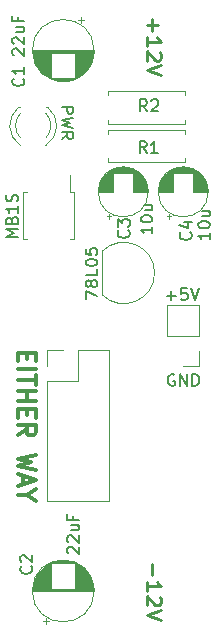
<source format=gto>
%TF.GenerationSoftware,KiCad,Pcbnew,(5.1.10-1-10_14)*%
%TF.CreationDate,2021-06-08T13:14:51-07:00*%
%TF.ProjectId,EurorackBBPS,4575726f-7261-4636-9b42-4250532e6b69,rev?*%
%TF.SameCoordinates,Original*%
%TF.FileFunction,Legend,Top*%
%TF.FilePolarity,Positive*%
%FSLAX46Y46*%
G04 Gerber Fmt 4.6, Leading zero omitted, Abs format (unit mm)*
G04 Created by KiCad (PCBNEW (5.1.10-1-10_14)) date 2021-06-08 13:14:51*
%MOMM*%
%LPD*%
G01*
G04 APERTURE LIST*
%ADD10C,0.150000*%
%ADD11C,0.250000*%
%ADD12C,0.300000*%
%ADD13C,0.120000*%
G04 APERTURE END LIST*
D10*
X148454400Y-82225141D02*
X149454400Y-82225141D01*
X149454400Y-82606094D01*
X149406781Y-82701332D01*
X149359161Y-82748951D01*
X149263923Y-82796570D01*
X149121066Y-82796570D01*
X149025828Y-82748951D01*
X148978209Y-82701332D01*
X148930590Y-82606094D01*
X148930590Y-82225141D01*
X149454400Y-83129903D02*
X148454400Y-83367998D01*
X149168685Y-83558475D01*
X148454400Y-83748951D01*
X149454400Y-83987046D01*
X148454400Y-84939427D02*
X148930590Y-84606094D01*
X148454400Y-84367998D02*
X149454400Y-84367998D01*
X149454400Y-84748951D01*
X149406781Y-84844189D01*
X149359161Y-84891808D01*
X149263923Y-84939427D01*
X149121066Y-84939427D01*
X149025828Y-84891808D01*
X148978209Y-84844189D01*
X148930590Y-84748951D01*
X148930590Y-84367998D01*
X157355155Y-98199002D02*
X158117060Y-98199002D01*
X157736108Y-98579954D02*
X157736108Y-97818050D01*
X159069441Y-97579954D02*
X158593250Y-97579954D01*
X158545631Y-98056145D01*
X158593250Y-98008526D01*
X158688489Y-97960907D01*
X158926584Y-97960907D01*
X159021822Y-98008526D01*
X159069441Y-98056145D01*
X159117060Y-98151383D01*
X159117060Y-98389478D01*
X159069441Y-98484716D01*
X159021822Y-98532335D01*
X158926584Y-98579954D01*
X158688489Y-98579954D01*
X158593250Y-98532335D01*
X158545631Y-98484716D01*
X159402774Y-97579954D02*
X159736108Y-98579954D01*
X160069441Y-97579954D01*
D11*
X156124285Y-120899523D02*
X156124285Y-121890000D01*
X155667142Y-123190000D02*
X155667142Y-122447142D01*
X155667142Y-122818571D02*
X156867142Y-122818571D01*
X156695714Y-122694761D01*
X156581428Y-122570952D01*
X156524285Y-122447142D01*
X156752857Y-123685238D02*
X156810000Y-123747142D01*
X156867142Y-123870952D01*
X156867142Y-124180476D01*
X156810000Y-124304285D01*
X156752857Y-124366190D01*
X156638571Y-124428095D01*
X156524285Y-124428095D01*
X156352857Y-124366190D01*
X155667142Y-123623333D01*
X155667142Y-124428095D01*
X156867142Y-124799523D02*
X155667142Y-125232857D01*
X156867142Y-125666190D01*
X156124285Y-74785626D02*
X156124285Y-75776103D01*
X155667142Y-75280864D02*
X156581428Y-75280864D01*
X155667142Y-77076103D02*
X155667142Y-76333245D01*
X155667142Y-76704674D02*
X156867142Y-76704674D01*
X156695714Y-76580864D01*
X156581428Y-76457055D01*
X156524285Y-76333245D01*
X156752857Y-77571341D02*
X156810000Y-77633245D01*
X156867142Y-77757055D01*
X156867142Y-78066579D01*
X156810000Y-78190388D01*
X156752857Y-78252293D01*
X156638571Y-78314198D01*
X156524285Y-78314198D01*
X156352857Y-78252293D01*
X155667142Y-77509436D01*
X155667142Y-78314198D01*
X156867142Y-78685626D02*
X155667142Y-79118960D01*
X156867142Y-79552293D01*
D12*
X145556806Y-103041428D02*
X145556806Y-103541428D01*
X144771092Y-103755714D02*
X144771092Y-103041428D01*
X146271092Y-103041428D01*
X146271092Y-103755714D01*
X144771092Y-104398571D02*
X146271092Y-104398571D01*
X146271092Y-104898571D02*
X146271092Y-105755714D01*
X144771092Y-105327142D02*
X146271092Y-105327142D01*
X144771092Y-106255714D02*
X146271092Y-106255714D01*
X145556806Y-106255714D02*
X145556806Y-107112857D01*
X144771092Y-107112857D02*
X146271092Y-107112857D01*
X145556806Y-107827142D02*
X145556806Y-108327142D01*
X144771092Y-108541428D02*
X144771092Y-107827142D01*
X146271092Y-107827142D01*
X146271092Y-108541428D01*
X144771092Y-110041428D02*
X145485378Y-109541428D01*
X144771092Y-109184285D02*
X146271092Y-109184285D01*
X146271092Y-109755714D01*
X146199664Y-109898571D01*
X146128235Y-109970000D01*
X145985378Y-110041428D01*
X145771092Y-110041428D01*
X145628235Y-109970000D01*
X145556806Y-109898571D01*
X145485378Y-109755714D01*
X145485378Y-109184285D01*
X146271092Y-111684285D02*
X144771092Y-112041428D01*
X145842521Y-112327142D01*
X144771092Y-112612857D01*
X146271092Y-112970000D01*
X145199664Y-113470000D02*
X145199664Y-114184285D01*
X144771092Y-113327142D02*
X146271092Y-113827142D01*
X144771092Y-114327142D01*
X145485378Y-115112857D02*
X144771092Y-115112857D01*
X146271092Y-114612857D02*
X145485378Y-115112857D01*
X146271092Y-115612857D01*
D13*
%TO.C,R1*%
X158936017Y-86926638D02*
X158936017Y-86596638D01*
X152396017Y-86926638D02*
X158936017Y-86926638D01*
X152396017Y-86596638D02*
X152396017Y-86926638D01*
X158936017Y-84186638D02*
X158936017Y-84516638D01*
X152396017Y-84186638D02*
X158936017Y-84186638D01*
X152396017Y-84516638D02*
X152396017Y-84186638D01*
%TO.C,R2*%
X158918035Y-83653880D02*
X158918035Y-83323880D01*
X152378035Y-83653880D02*
X158918035Y-83653880D01*
X152378035Y-83323880D02*
X152378035Y-83653880D01*
X158918035Y-80913880D02*
X158918035Y-81243880D01*
X152378035Y-80913880D02*
X158918035Y-80913880D01*
X152378035Y-81243880D02*
X152378035Y-80913880D01*
%TO.C,PWR*%
X144970000Y-82260000D02*
X144814000Y-82260000D01*
X147286000Y-82260000D02*
X147130000Y-82260000D01*
X144970163Y-84861130D02*
G75*
G02*
X144970000Y-82779039I1079837J1041130D01*
G01*
X147129837Y-84861130D02*
G75*
G03*
X147130000Y-82779039I-1079837J1041130D01*
G01*
X144971392Y-85492335D02*
G75*
G02*
X144814484Y-82260000I1078608J1672335D01*
G01*
X147128608Y-85492335D02*
G75*
G03*
X147285516Y-82260000I-1078608J1672335D01*
G01*
%TO.C,C4*%
X157355000Y-91489801D02*
X157755000Y-91489801D01*
X157555000Y-91689801D02*
X157555000Y-91289801D01*
X158380000Y-87339000D02*
X159120000Y-87339000D01*
X158213000Y-87379000D02*
X159287000Y-87379000D01*
X158086000Y-87419000D02*
X159414000Y-87419000D01*
X157982000Y-87459000D02*
X159518000Y-87459000D01*
X157891000Y-87499000D02*
X159609000Y-87499000D01*
X157810000Y-87539000D02*
X159690000Y-87539000D01*
X157737000Y-87579000D02*
X159763000Y-87579000D01*
X157670000Y-87619000D02*
X159830000Y-87619000D01*
X157608000Y-87659000D02*
X159892000Y-87659000D01*
X157550000Y-87699000D02*
X159950000Y-87699000D01*
X157496000Y-87739000D02*
X160004000Y-87739000D01*
X157446000Y-87779000D02*
X160054000Y-87779000D01*
X157399000Y-87819000D02*
X160101000Y-87819000D01*
X159590000Y-87859000D02*
X160146000Y-87859000D01*
X157354000Y-87859000D02*
X157910000Y-87859000D01*
X159590000Y-87899000D02*
X160188000Y-87899000D01*
X157312000Y-87899000D02*
X157910000Y-87899000D01*
X159590000Y-87939000D02*
X160228000Y-87939000D01*
X157272000Y-87939000D02*
X157910000Y-87939000D01*
X159590000Y-87979000D02*
X160266000Y-87979000D01*
X157234000Y-87979000D02*
X157910000Y-87979000D01*
X159590000Y-88019000D02*
X160302000Y-88019000D01*
X157198000Y-88019000D02*
X157910000Y-88019000D01*
X159590000Y-88059000D02*
X160337000Y-88059000D01*
X157163000Y-88059000D02*
X157910000Y-88059000D01*
X159590000Y-88099000D02*
X160369000Y-88099000D01*
X157131000Y-88099000D02*
X157910000Y-88099000D01*
X159590000Y-88139000D02*
X160400000Y-88139000D01*
X157100000Y-88139000D02*
X157910000Y-88139000D01*
X159590000Y-88179000D02*
X160430000Y-88179000D01*
X157070000Y-88179000D02*
X157910000Y-88179000D01*
X159590000Y-88219000D02*
X160458000Y-88219000D01*
X157042000Y-88219000D02*
X157910000Y-88219000D01*
X159590000Y-88259000D02*
X160485000Y-88259000D01*
X157015000Y-88259000D02*
X157910000Y-88259000D01*
X159590000Y-88299000D02*
X160510000Y-88299000D01*
X156990000Y-88299000D02*
X157910000Y-88299000D01*
X159590000Y-88339000D02*
X160535000Y-88339000D01*
X156965000Y-88339000D02*
X157910000Y-88339000D01*
X159590000Y-88379000D02*
X160558000Y-88379000D01*
X156942000Y-88379000D02*
X157910000Y-88379000D01*
X159590000Y-88419000D02*
X160580000Y-88419000D01*
X156920000Y-88419000D02*
X157910000Y-88419000D01*
X159590000Y-88459000D02*
X160601000Y-88459000D01*
X156899000Y-88459000D02*
X157910000Y-88459000D01*
X159590000Y-88499000D02*
X160620000Y-88499000D01*
X156880000Y-88499000D02*
X157910000Y-88499000D01*
X159590000Y-88539000D02*
X160639000Y-88539000D01*
X156861000Y-88539000D02*
X157910000Y-88539000D01*
X159590000Y-88579000D02*
X160657000Y-88579000D01*
X156843000Y-88579000D02*
X157910000Y-88579000D01*
X159590000Y-88619000D02*
X160674000Y-88619000D01*
X156826000Y-88619000D02*
X157910000Y-88619000D01*
X159590000Y-88659000D02*
X160690000Y-88659000D01*
X156810000Y-88659000D02*
X157910000Y-88659000D01*
X159590000Y-88699000D02*
X160704000Y-88699000D01*
X156796000Y-88699000D02*
X157910000Y-88699000D01*
X159590000Y-88740000D02*
X160718000Y-88740000D01*
X156782000Y-88740000D02*
X157910000Y-88740000D01*
X159590000Y-88780000D02*
X160732000Y-88780000D01*
X156768000Y-88780000D02*
X157910000Y-88780000D01*
X159590000Y-88820000D02*
X160744000Y-88820000D01*
X156756000Y-88820000D02*
X157910000Y-88820000D01*
X159590000Y-88860000D02*
X160755000Y-88860000D01*
X156745000Y-88860000D02*
X157910000Y-88860000D01*
X159590000Y-88900000D02*
X160766000Y-88900000D01*
X156734000Y-88900000D02*
X157910000Y-88900000D01*
X159590000Y-88940000D02*
X160775000Y-88940000D01*
X156725000Y-88940000D02*
X157910000Y-88940000D01*
X159590000Y-88980000D02*
X160784000Y-88980000D01*
X156716000Y-88980000D02*
X157910000Y-88980000D01*
X159590000Y-89020000D02*
X160792000Y-89020000D01*
X156708000Y-89020000D02*
X157910000Y-89020000D01*
X159590000Y-89060000D02*
X160800000Y-89060000D01*
X156700000Y-89060000D02*
X157910000Y-89060000D01*
X159590000Y-89100000D02*
X160806000Y-89100000D01*
X156694000Y-89100000D02*
X157910000Y-89100000D01*
X159590000Y-89140000D02*
X160812000Y-89140000D01*
X156688000Y-89140000D02*
X157910000Y-89140000D01*
X159590000Y-89180000D02*
X160817000Y-89180000D01*
X156683000Y-89180000D02*
X157910000Y-89180000D01*
X159590000Y-89220000D02*
X160821000Y-89220000D01*
X156679000Y-89220000D02*
X157910000Y-89220000D01*
X159590000Y-89260000D02*
X160824000Y-89260000D01*
X156676000Y-89260000D02*
X157910000Y-89260000D01*
X159590000Y-89300000D02*
X160827000Y-89300000D01*
X156673000Y-89300000D02*
X157910000Y-89300000D01*
X156671000Y-89340000D02*
X157910000Y-89340000D01*
X159590000Y-89340000D02*
X160829000Y-89340000D01*
X156670000Y-89380000D02*
X157910000Y-89380000D01*
X159590000Y-89380000D02*
X160830000Y-89380000D01*
X156670000Y-89420000D02*
X157910000Y-89420000D01*
X159590000Y-89420000D02*
X160830000Y-89420000D01*
X160870000Y-89420000D02*
G75*
G03*
X160870000Y-89420000I-2120000J0D01*
G01*
%TO.C,C3*%
X152275000Y-91489801D02*
X152675000Y-91489801D01*
X152475000Y-91689801D02*
X152475000Y-91289801D01*
X153300000Y-87339000D02*
X154040000Y-87339000D01*
X153133000Y-87379000D02*
X154207000Y-87379000D01*
X153006000Y-87419000D02*
X154334000Y-87419000D01*
X152902000Y-87459000D02*
X154438000Y-87459000D01*
X152811000Y-87499000D02*
X154529000Y-87499000D01*
X152730000Y-87539000D02*
X154610000Y-87539000D01*
X152657000Y-87579000D02*
X154683000Y-87579000D01*
X152590000Y-87619000D02*
X154750000Y-87619000D01*
X152528000Y-87659000D02*
X154812000Y-87659000D01*
X152470000Y-87699000D02*
X154870000Y-87699000D01*
X152416000Y-87739000D02*
X154924000Y-87739000D01*
X152366000Y-87779000D02*
X154974000Y-87779000D01*
X152319000Y-87819000D02*
X155021000Y-87819000D01*
X154510000Y-87859000D02*
X155066000Y-87859000D01*
X152274000Y-87859000D02*
X152830000Y-87859000D01*
X154510000Y-87899000D02*
X155108000Y-87899000D01*
X152232000Y-87899000D02*
X152830000Y-87899000D01*
X154510000Y-87939000D02*
X155148000Y-87939000D01*
X152192000Y-87939000D02*
X152830000Y-87939000D01*
X154510000Y-87979000D02*
X155186000Y-87979000D01*
X152154000Y-87979000D02*
X152830000Y-87979000D01*
X154510000Y-88019000D02*
X155222000Y-88019000D01*
X152118000Y-88019000D02*
X152830000Y-88019000D01*
X154510000Y-88059000D02*
X155257000Y-88059000D01*
X152083000Y-88059000D02*
X152830000Y-88059000D01*
X154510000Y-88099000D02*
X155289000Y-88099000D01*
X152051000Y-88099000D02*
X152830000Y-88099000D01*
X154510000Y-88139000D02*
X155320000Y-88139000D01*
X152020000Y-88139000D02*
X152830000Y-88139000D01*
X154510000Y-88179000D02*
X155350000Y-88179000D01*
X151990000Y-88179000D02*
X152830000Y-88179000D01*
X154510000Y-88219000D02*
X155378000Y-88219000D01*
X151962000Y-88219000D02*
X152830000Y-88219000D01*
X154510000Y-88259000D02*
X155405000Y-88259000D01*
X151935000Y-88259000D02*
X152830000Y-88259000D01*
X154510000Y-88299000D02*
X155430000Y-88299000D01*
X151910000Y-88299000D02*
X152830000Y-88299000D01*
X154510000Y-88339000D02*
X155455000Y-88339000D01*
X151885000Y-88339000D02*
X152830000Y-88339000D01*
X154510000Y-88379000D02*
X155478000Y-88379000D01*
X151862000Y-88379000D02*
X152830000Y-88379000D01*
X154510000Y-88419000D02*
X155500000Y-88419000D01*
X151840000Y-88419000D02*
X152830000Y-88419000D01*
X154510000Y-88459000D02*
X155521000Y-88459000D01*
X151819000Y-88459000D02*
X152830000Y-88459000D01*
X154510000Y-88499000D02*
X155540000Y-88499000D01*
X151800000Y-88499000D02*
X152830000Y-88499000D01*
X154510000Y-88539000D02*
X155559000Y-88539000D01*
X151781000Y-88539000D02*
X152830000Y-88539000D01*
X154510000Y-88579000D02*
X155577000Y-88579000D01*
X151763000Y-88579000D02*
X152830000Y-88579000D01*
X154510000Y-88619000D02*
X155594000Y-88619000D01*
X151746000Y-88619000D02*
X152830000Y-88619000D01*
X154510000Y-88659000D02*
X155610000Y-88659000D01*
X151730000Y-88659000D02*
X152830000Y-88659000D01*
X154510000Y-88699000D02*
X155624000Y-88699000D01*
X151716000Y-88699000D02*
X152830000Y-88699000D01*
X154510000Y-88740000D02*
X155638000Y-88740000D01*
X151702000Y-88740000D02*
X152830000Y-88740000D01*
X154510000Y-88780000D02*
X155652000Y-88780000D01*
X151688000Y-88780000D02*
X152830000Y-88780000D01*
X154510000Y-88820000D02*
X155664000Y-88820000D01*
X151676000Y-88820000D02*
X152830000Y-88820000D01*
X154510000Y-88860000D02*
X155675000Y-88860000D01*
X151665000Y-88860000D02*
X152830000Y-88860000D01*
X154510000Y-88900000D02*
X155686000Y-88900000D01*
X151654000Y-88900000D02*
X152830000Y-88900000D01*
X154510000Y-88940000D02*
X155695000Y-88940000D01*
X151645000Y-88940000D02*
X152830000Y-88940000D01*
X154510000Y-88980000D02*
X155704000Y-88980000D01*
X151636000Y-88980000D02*
X152830000Y-88980000D01*
X154510000Y-89020000D02*
X155712000Y-89020000D01*
X151628000Y-89020000D02*
X152830000Y-89020000D01*
X154510000Y-89060000D02*
X155720000Y-89060000D01*
X151620000Y-89060000D02*
X152830000Y-89060000D01*
X154510000Y-89100000D02*
X155726000Y-89100000D01*
X151614000Y-89100000D02*
X152830000Y-89100000D01*
X154510000Y-89140000D02*
X155732000Y-89140000D01*
X151608000Y-89140000D02*
X152830000Y-89140000D01*
X154510000Y-89180000D02*
X155737000Y-89180000D01*
X151603000Y-89180000D02*
X152830000Y-89180000D01*
X154510000Y-89220000D02*
X155741000Y-89220000D01*
X151599000Y-89220000D02*
X152830000Y-89220000D01*
X154510000Y-89260000D02*
X155744000Y-89260000D01*
X151596000Y-89260000D02*
X152830000Y-89260000D01*
X154510000Y-89300000D02*
X155747000Y-89300000D01*
X151593000Y-89300000D02*
X152830000Y-89300000D01*
X151591000Y-89340000D02*
X152830000Y-89340000D01*
X154510000Y-89340000D02*
X155749000Y-89340000D01*
X151590000Y-89380000D02*
X152830000Y-89380000D01*
X154510000Y-89380000D02*
X155750000Y-89380000D01*
X151590000Y-89420000D02*
X152830000Y-89420000D01*
X154510000Y-89420000D02*
X155750000Y-89420000D01*
X155790000Y-89420000D02*
G75*
G03*
X155790000Y-89420000I-2120000J0D01*
G01*
%TO.C,MB1S*%
X149125000Y-89430000D02*
X149125000Y-87965000D01*
X149480000Y-89430000D02*
X149125000Y-89430000D01*
X149480000Y-91440000D02*
X149480000Y-89430000D01*
X149480000Y-93450000D02*
X149125000Y-93450000D01*
X149480000Y-91440000D02*
X149480000Y-93450000D01*
X145160000Y-89430000D02*
X145515000Y-89430000D01*
X145160000Y-91440000D02*
X145160000Y-89430000D01*
X145160000Y-93450000D02*
X145515000Y-93450000D01*
X145160000Y-91440000D02*
X145160000Y-93450000D01*
%TO.C,J1*%
X147260000Y-115630000D02*
X152460000Y-115630000D01*
X147260000Y-105410000D02*
X147260000Y-115630000D01*
X152460000Y-102810000D02*
X152460000Y-115630000D01*
X147260000Y-105410000D02*
X149860000Y-105410000D01*
X149860000Y-105410000D02*
X149860000Y-102810000D01*
X149860000Y-102810000D02*
X152460000Y-102810000D01*
X147260000Y-104140000D02*
X147260000Y-102810000D01*
X147260000Y-102810000D02*
X148590000Y-102810000D01*
%TO.C,78L05*%
X151874612Y-94493392D02*
X151874612Y-98093392D01*
X151886134Y-98131870D02*
G75*
G03*
X156324612Y-96293392I1838478J1838478D01*
G01*
X151886134Y-94454914D02*
G75*
G02*
X156324612Y-96293392I1838478J-1838478D01*
G01*
%TO.C,GND*%
X160080000Y-99000000D02*
X157420000Y-99000000D01*
X160080000Y-101600000D02*
X160080000Y-99000000D01*
X157420000Y-101600000D02*
X157420000Y-99000000D01*
X160080000Y-101600000D02*
X157420000Y-101600000D01*
X160080000Y-102870000D02*
X160080000Y-104200000D01*
X160080000Y-104200000D02*
X158750000Y-104200000D01*
%TO.C,C2*%
X146865000Y-125764775D02*
X147365000Y-125764775D01*
X147115000Y-126014775D02*
X147115000Y-125514775D01*
X148306000Y-120609000D02*
X148874000Y-120609000D01*
X148072000Y-120649000D02*
X149108000Y-120649000D01*
X147913000Y-120689000D02*
X149267000Y-120689000D01*
X147785000Y-120729000D02*
X149395000Y-120729000D01*
X147675000Y-120769000D02*
X149505000Y-120769000D01*
X147579000Y-120809000D02*
X149601000Y-120809000D01*
X147492000Y-120849000D02*
X149688000Y-120849000D01*
X147412000Y-120889000D02*
X149768000Y-120889000D01*
X149630000Y-120929000D02*
X149841000Y-120929000D01*
X147339000Y-120929000D02*
X147550000Y-120929000D01*
X149630000Y-120969000D02*
X149909000Y-120969000D01*
X147271000Y-120969000D02*
X147550000Y-120969000D01*
X149630000Y-121009000D02*
X149973000Y-121009000D01*
X147207000Y-121009000D02*
X147550000Y-121009000D01*
X149630000Y-121049000D02*
X150033000Y-121049000D01*
X147147000Y-121049000D02*
X147550000Y-121049000D01*
X149630000Y-121089000D02*
X150090000Y-121089000D01*
X147090000Y-121089000D02*
X147550000Y-121089000D01*
X149630000Y-121129000D02*
X150144000Y-121129000D01*
X147036000Y-121129000D02*
X147550000Y-121129000D01*
X149630000Y-121169000D02*
X150195000Y-121169000D01*
X146985000Y-121169000D02*
X147550000Y-121169000D01*
X149630000Y-121209000D02*
X150243000Y-121209000D01*
X146937000Y-121209000D02*
X147550000Y-121209000D01*
X149630000Y-121249000D02*
X150289000Y-121249000D01*
X146891000Y-121249000D02*
X147550000Y-121249000D01*
X149630000Y-121289000D02*
X150333000Y-121289000D01*
X146847000Y-121289000D02*
X147550000Y-121289000D01*
X149630000Y-121329000D02*
X150375000Y-121329000D01*
X146805000Y-121329000D02*
X147550000Y-121329000D01*
X149630000Y-121369000D02*
X150416000Y-121369000D01*
X146764000Y-121369000D02*
X147550000Y-121369000D01*
X149630000Y-121409000D02*
X150454000Y-121409000D01*
X146726000Y-121409000D02*
X147550000Y-121409000D01*
X149630000Y-121449000D02*
X150491000Y-121449000D01*
X146689000Y-121449000D02*
X147550000Y-121449000D01*
X149630000Y-121489000D02*
X150527000Y-121489000D01*
X146653000Y-121489000D02*
X147550000Y-121489000D01*
X149630000Y-121529000D02*
X150561000Y-121529000D01*
X146619000Y-121529000D02*
X147550000Y-121529000D01*
X149630000Y-121569000D02*
X150594000Y-121569000D01*
X146586000Y-121569000D02*
X147550000Y-121569000D01*
X149630000Y-121609000D02*
X150625000Y-121609000D01*
X146555000Y-121609000D02*
X147550000Y-121609000D01*
X149630000Y-121649000D02*
X150655000Y-121649000D01*
X146525000Y-121649000D02*
X147550000Y-121649000D01*
X149630000Y-121689000D02*
X150685000Y-121689000D01*
X146495000Y-121689000D02*
X147550000Y-121689000D01*
X149630000Y-121729000D02*
X150712000Y-121729000D01*
X146468000Y-121729000D02*
X147550000Y-121729000D01*
X149630000Y-121769000D02*
X150739000Y-121769000D01*
X146441000Y-121769000D02*
X147550000Y-121769000D01*
X149630000Y-121809000D02*
X150765000Y-121809000D01*
X146415000Y-121809000D02*
X147550000Y-121809000D01*
X149630000Y-121849000D02*
X150790000Y-121849000D01*
X146390000Y-121849000D02*
X147550000Y-121849000D01*
X149630000Y-121889000D02*
X150814000Y-121889000D01*
X146366000Y-121889000D02*
X147550000Y-121889000D01*
X149630000Y-121929000D02*
X150837000Y-121929000D01*
X146343000Y-121929000D02*
X147550000Y-121929000D01*
X149630000Y-121969000D02*
X150858000Y-121969000D01*
X146322000Y-121969000D02*
X147550000Y-121969000D01*
X149630000Y-122009000D02*
X150880000Y-122009000D01*
X146300000Y-122009000D02*
X147550000Y-122009000D01*
X149630000Y-122049000D02*
X150900000Y-122049000D01*
X146280000Y-122049000D02*
X147550000Y-122049000D01*
X149630000Y-122089000D02*
X150919000Y-122089000D01*
X146261000Y-122089000D02*
X147550000Y-122089000D01*
X149630000Y-122129000D02*
X150938000Y-122129000D01*
X146242000Y-122129000D02*
X147550000Y-122129000D01*
X149630000Y-122169000D02*
X150955000Y-122169000D01*
X146225000Y-122169000D02*
X147550000Y-122169000D01*
X149630000Y-122209000D02*
X150972000Y-122209000D01*
X146208000Y-122209000D02*
X147550000Y-122209000D01*
X149630000Y-122249000D02*
X150988000Y-122249000D01*
X146192000Y-122249000D02*
X147550000Y-122249000D01*
X149630000Y-122289000D02*
X151004000Y-122289000D01*
X146176000Y-122289000D02*
X147550000Y-122289000D01*
X149630000Y-122329000D02*
X151018000Y-122329000D01*
X146162000Y-122329000D02*
X147550000Y-122329000D01*
X149630000Y-122369000D02*
X151032000Y-122369000D01*
X146148000Y-122369000D02*
X147550000Y-122369000D01*
X149630000Y-122409000D02*
X151045000Y-122409000D01*
X146135000Y-122409000D02*
X147550000Y-122409000D01*
X149630000Y-122449000D02*
X151058000Y-122449000D01*
X146122000Y-122449000D02*
X147550000Y-122449000D01*
X149630000Y-122489000D02*
X151070000Y-122489000D01*
X146110000Y-122489000D02*
X147550000Y-122489000D01*
X149630000Y-122530000D02*
X151081000Y-122530000D01*
X146099000Y-122530000D02*
X147550000Y-122530000D01*
X149630000Y-122570000D02*
X151091000Y-122570000D01*
X146089000Y-122570000D02*
X147550000Y-122570000D01*
X149630000Y-122610000D02*
X151101000Y-122610000D01*
X146079000Y-122610000D02*
X147550000Y-122610000D01*
X149630000Y-122650000D02*
X151110000Y-122650000D01*
X146070000Y-122650000D02*
X147550000Y-122650000D01*
X149630000Y-122690000D02*
X151118000Y-122690000D01*
X146062000Y-122690000D02*
X147550000Y-122690000D01*
X149630000Y-122730000D02*
X151126000Y-122730000D01*
X146054000Y-122730000D02*
X147550000Y-122730000D01*
X149630000Y-122770000D02*
X151133000Y-122770000D01*
X146047000Y-122770000D02*
X147550000Y-122770000D01*
X149630000Y-122810000D02*
X151140000Y-122810000D01*
X146040000Y-122810000D02*
X147550000Y-122810000D01*
X149630000Y-122850000D02*
X151146000Y-122850000D01*
X146034000Y-122850000D02*
X147550000Y-122850000D01*
X149630000Y-122890000D02*
X151151000Y-122890000D01*
X146029000Y-122890000D02*
X147550000Y-122890000D01*
X149630000Y-122930000D02*
X151155000Y-122930000D01*
X146025000Y-122930000D02*
X147550000Y-122930000D01*
X149630000Y-122970000D02*
X151159000Y-122970000D01*
X146021000Y-122970000D02*
X147550000Y-122970000D01*
X146017000Y-123010000D02*
X151163000Y-123010000D01*
X146014000Y-123050000D02*
X151166000Y-123050000D01*
X146012000Y-123090000D02*
X151168000Y-123090000D01*
X146011000Y-123130000D02*
X151169000Y-123130000D01*
X146010000Y-123170000D02*
X151170000Y-123170000D01*
X146010000Y-123210000D02*
X151170000Y-123210000D01*
X151210000Y-123210000D02*
G75*
G03*
X151210000Y-123210000I-2620000J0D01*
G01*
%TO.C,C1*%
X151210000Y-77450000D02*
G75*
G03*
X151210000Y-77450000I-2620000J0D01*
G01*
X151170000Y-77450000D02*
X146010000Y-77450000D01*
X151170000Y-77490000D02*
X146010000Y-77490000D01*
X151169000Y-77530000D02*
X146011000Y-77530000D01*
X151168000Y-77570000D02*
X146012000Y-77570000D01*
X151166000Y-77610000D02*
X146014000Y-77610000D01*
X151163000Y-77650000D02*
X146017000Y-77650000D01*
X151159000Y-77690000D02*
X149630000Y-77690000D01*
X147550000Y-77690000D02*
X146021000Y-77690000D01*
X151155000Y-77730000D02*
X149630000Y-77730000D01*
X147550000Y-77730000D02*
X146025000Y-77730000D01*
X151151000Y-77770000D02*
X149630000Y-77770000D01*
X147550000Y-77770000D02*
X146029000Y-77770000D01*
X151146000Y-77810000D02*
X149630000Y-77810000D01*
X147550000Y-77810000D02*
X146034000Y-77810000D01*
X151140000Y-77850000D02*
X149630000Y-77850000D01*
X147550000Y-77850000D02*
X146040000Y-77850000D01*
X151133000Y-77890000D02*
X149630000Y-77890000D01*
X147550000Y-77890000D02*
X146047000Y-77890000D01*
X151126000Y-77930000D02*
X149630000Y-77930000D01*
X147550000Y-77930000D02*
X146054000Y-77930000D01*
X151118000Y-77970000D02*
X149630000Y-77970000D01*
X147550000Y-77970000D02*
X146062000Y-77970000D01*
X151110000Y-78010000D02*
X149630000Y-78010000D01*
X147550000Y-78010000D02*
X146070000Y-78010000D01*
X151101000Y-78050000D02*
X149630000Y-78050000D01*
X147550000Y-78050000D02*
X146079000Y-78050000D01*
X151091000Y-78090000D02*
X149630000Y-78090000D01*
X147550000Y-78090000D02*
X146089000Y-78090000D01*
X151081000Y-78130000D02*
X149630000Y-78130000D01*
X147550000Y-78130000D02*
X146099000Y-78130000D01*
X151070000Y-78171000D02*
X149630000Y-78171000D01*
X147550000Y-78171000D02*
X146110000Y-78171000D01*
X151058000Y-78211000D02*
X149630000Y-78211000D01*
X147550000Y-78211000D02*
X146122000Y-78211000D01*
X151045000Y-78251000D02*
X149630000Y-78251000D01*
X147550000Y-78251000D02*
X146135000Y-78251000D01*
X151032000Y-78291000D02*
X149630000Y-78291000D01*
X147550000Y-78291000D02*
X146148000Y-78291000D01*
X151018000Y-78331000D02*
X149630000Y-78331000D01*
X147550000Y-78331000D02*
X146162000Y-78331000D01*
X151004000Y-78371000D02*
X149630000Y-78371000D01*
X147550000Y-78371000D02*
X146176000Y-78371000D01*
X150988000Y-78411000D02*
X149630000Y-78411000D01*
X147550000Y-78411000D02*
X146192000Y-78411000D01*
X150972000Y-78451000D02*
X149630000Y-78451000D01*
X147550000Y-78451000D02*
X146208000Y-78451000D01*
X150955000Y-78491000D02*
X149630000Y-78491000D01*
X147550000Y-78491000D02*
X146225000Y-78491000D01*
X150938000Y-78531000D02*
X149630000Y-78531000D01*
X147550000Y-78531000D02*
X146242000Y-78531000D01*
X150919000Y-78571000D02*
X149630000Y-78571000D01*
X147550000Y-78571000D02*
X146261000Y-78571000D01*
X150900000Y-78611000D02*
X149630000Y-78611000D01*
X147550000Y-78611000D02*
X146280000Y-78611000D01*
X150880000Y-78651000D02*
X149630000Y-78651000D01*
X147550000Y-78651000D02*
X146300000Y-78651000D01*
X150858000Y-78691000D02*
X149630000Y-78691000D01*
X147550000Y-78691000D02*
X146322000Y-78691000D01*
X150837000Y-78731000D02*
X149630000Y-78731000D01*
X147550000Y-78731000D02*
X146343000Y-78731000D01*
X150814000Y-78771000D02*
X149630000Y-78771000D01*
X147550000Y-78771000D02*
X146366000Y-78771000D01*
X150790000Y-78811000D02*
X149630000Y-78811000D01*
X147550000Y-78811000D02*
X146390000Y-78811000D01*
X150765000Y-78851000D02*
X149630000Y-78851000D01*
X147550000Y-78851000D02*
X146415000Y-78851000D01*
X150739000Y-78891000D02*
X149630000Y-78891000D01*
X147550000Y-78891000D02*
X146441000Y-78891000D01*
X150712000Y-78931000D02*
X149630000Y-78931000D01*
X147550000Y-78931000D02*
X146468000Y-78931000D01*
X150685000Y-78971000D02*
X149630000Y-78971000D01*
X147550000Y-78971000D02*
X146495000Y-78971000D01*
X150655000Y-79011000D02*
X149630000Y-79011000D01*
X147550000Y-79011000D02*
X146525000Y-79011000D01*
X150625000Y-79051000D02*
X149630000Y-79051000D01*
X147550000Y-79051000D02*
X146555000Y-79051000D01*
X150594000Y-79091000D02*
X149630000Y-79091000D01*
X147550000Y-79091000D02*
X146586000Y-79091000D01*
X150561000Y-79131000D02*
X149630000Y-79131000D01*
X147550000Y-79131000D02*
X146619000Y-79131000D01*
X150527000Y-79171000D02*
X149630000Y-79171000D01*
X147550000Y-79171000D02*
X146653000Y-79171000D01*
X150491000Y-79211000D02*
X149630000Y-79211000D01*
X147550000Y-79211000D02*
X146689000Y-79211000D01*
X150454000Y-79251000D02*
X149630000Y-79251000D01*
X147550000Y-79251000D02*
X146726000Y-79251000D01*
X150416000Y-79291000D02*
X149630000Y-79291000D01*
X147550000Y-79291000D02*
X146764000Y-79291000D01*
X150375000Y-79331000D02*
X149630000Y-79331000D01*
X147550000Y-79331000D02*
X146805000Y-79331000D01*
X150333000Y-79371000D02*
X149630000Y-79371000D01*
X147550000Y-79371000D02*
X146847000Y-79371000D01*
X150289000Y-79411000D02*
X149630000Y-79411000D01*
X147550000Y-79411000D02*
X146891000Y-79411000D01*
X150243000Y-79451000D02*
X149630000Y-79451000D01*
X147550000Y-79451000D02*
X146937000Y-79451000D01*
X150195000Y-79491000D02*
X149630000Y-79491000D01*
X147550000Y-79491000D02*
X146985000Y-79491000D01*
X150144000Y-79531000D02*
X149630000Y-79531000D01*
X147550000Y-79531000D02*
X147036000Y-79531000D01*
X150090000Y-79571000D02*
X149630000Y-79571000D01*
X147550000Y-79571000D02*
X147090000Y-79571000D01*
X150033000Y-79611000D02*
X149630000Y-79611000D01*
X147550000Y-79611000D02*
X147147000Y-79611000D01*
X149973000Y-79651000D02*
X149630000Y-79651000D01*
X147550000Y-79651000D02*
X147207000Y-79651000D01*
X149909000Y-79691000D02*
X149630000Y-79691000D01*
X147550000Y-79691000D02*
X147271000Y-79691000D01*
X149841000Y-79731000D02*
X149630000Y-79731000D01*
X147550000Y-79731000D02*
X147339000Y-79731000D01*
X149768000Y-79771000D02*
X147412000Y-79771000D01*
X149688000Y-79811000D02*
X147492000Y-79811000D01*
X149601000Y-79851000D02*
X147579000Y-79851000D01*
X149505000Y-79891000D02*
X147675000Y-79891000D01*
X149395000Y-79931000D02*
X147785000Y-79931000D01*
X149267000Y-79971000D02*
X147913000Y-79971000D01*
X149108000Y-80011000D02*
X148072000Y-80011000D01*
X148874000Y-80051000D02*
X148306000Y-80051000D01*
X150065000Y-74645225D02*
X150065000Y-75145225D01*
X150315000Y-74895225D02*
X149815000Y-74895225D01*
%TO.C,*%
D10*
%TO.C,R1*%
X155644479Y-86140713D02*
X155311146Y-85664523D01*
X155073050Y-86140713D02*
X155073050Y-85140713D01*
X155454003Y-85140713D01*
X155549241Y-85188333D01*
X155596860Y-85235952D01*
X155644479Y-85331190D01*
X155644479Y-85474047D01*
X155596860Y-85569285D01*
X155549241Y-85616904D01*
X155454003Y-85664523D01*
X155073050Y-85664523D01*
X156596860Y-86140713D02*
X156025431Y-86140713D01*
X156311146Y-86140713D02*
X156311146Y-85140713D01*
X156215907Y-85283571D01*
X156120669Y-85378809D01*
X156025431Y-85426428D01*
%TO.C,R2*%
X155683023Y-82600478D02*
X155349690Y-82124288D01*
X155111594Y-82600478D02*
X155111594Y-81600478D01*
X155492547Y-81600478D01*
X155587785Y-81648098D01*
X155635404Y-81695717D01*
X155683023Y-81790955D01*
X155683023Y-81933812D01*
X155635404Y-82029050D01*
X155587785Y-82076669D01*
X155492547Y-82124288D01*
X155111594Y-82124288D01*
X156063975Y-81695717D02*
X156111594Y-81648098D01*
X156206832Y-81600478D01*
X156444928Y-81600478D01*
X156540166Y-81648098D01*
X156587785Y-81695717D01*
X156635404Y-81790955D01*
X156635404Y-81886193D01*
X156587785Y-82029050D01*
X156016356Y-82600478D01*
X156635404Y-82600478D01*
%TO.C,*%
%TO.C,C4*%
X159369010Y-92861373D02*
X159416629Y-92908992D01*
X159464248Y-93051849D01*
X159464248Y-93147087D01*
X159416629Y-93289945D01*
X159321391Y-93385183D01*
X159226153Y-93432802D01*
X159035677Y-93480421D01*
X158892820Y-93480421D01*
X158702344Y-93432802D01*
X158607106Y-93385183D01*
X158511868Y-93289945D01*
X158464248Y-93147087D01*
X158464248Y-93051849D01*
X158511868Y-92908992D01*
X158559487Y-92861373D01*
X158797582Y-92004230D02*
X159464248Y-92004230D01*
X158416629Y-92242326D02*
X159130915Y-92480421D01*
X159130915Y-91861373D01*
X161009302Y-92885353D02*
X161009302Y-93456781D01*
X161009302Y-93171067D02*
X160009302Y-93171067D01*
X160152160Y-93266305D01*
X160247398Y-93361543D01*
X160295017Y-93456781D01*
X160009302Y-92266305D02*
X160009302Y-92171067D01*
X160056922Y-92075829D01*
X160104541Y-92028210D01*
X160199779Y-91980591D01*
X160390255Y-91932972D01*
X160628350Y-91932972D01*
X160818826Y-91980591D01*
X160914064Y-92028210D01*
X160961683Y-92075829D01*
X161009302Y-92171067D01*
X161009302Y-92266305D01*
X160961683Y-92361543D01*
X160914064Y-92409162D01*
X160818826Y-92456781D01*
X160628350Y-92504400D01*
X160390255Y-92504400D01*
X160199779Y-92456781D01*
X160104541Y-92409162D01*
X160056922Y-92361543D01*
X160009302Y-92266305D01*
X160342636Y-91075829D02*
X161009302Y-91075829D01*
X160342636Y-91504400D02*
X160866445Y-91504400D01*
X160961683Y-91456781D01*
X161009302Y-91361543D01*
X161009302Y-91218686D01*
X160961683Y-91123448D01*
X160914064Y-91075829D01*
%TO.C,C3*%
X154112058Y-92691794D02*
X154159677Y-92739413D01*
X154207296Y-92882270D01*
X154207296Y-92977508D01*
X154159677Y-93120366D01*
X154064439Y-93215604D01*
X153969201Y-93263223D01*
X153778725Y-93310842D01*
X153635868Y-93310842D01*
X153445392Y-93263223D01*
X153350154Y-93215604D01*
X153254916Y-93120366D01*
X153207296Y-92977508D01*
X153207296Y-92882270D01*
X153254916Y-92739413D01*
X153302535Y-92691794D01*
X153207296Y-92358461D02*
X153207296Y-91739413D01*
X153588249Y-92072747D01*
X153588249Y-91929889D01*
X153635868Y-91834651D01*
X153683487Y-91787032D01*
X153778725Y-91739413D01*
X154016820Y-91739413D01*
X154112058Y-91787032D01*
X154159677Y-91834651D01*
X154207296Y-91929889D01*
X154207296Y-92215604D01*
X154159677Y-92310842D01*
X154112058Y-92358461D01*
X156148034Y-92376616D02*
X156148034Y-92948044D01*
X156148034Y-92662330D02*
X155148034Y-92662330D01*
X155290892Y-92757568D01*
X155386130Y-92852806D01*
X155433749Y-92948044D01*
X155148034Y-91757568D02*
X155148034Y-91662330D01*
X155195654Y-91567092D01*
X155243273Y-91519473D01*
X155338511Y-91471854D01*
X155528987Y-91424235D01*
X155767082Y-91424235D01*
X155957558Y-91471854D01*
X156052796Y-91519473D01*
X156100415Y-91567092D01*
X156148034Y-91662330D01*
X156148034Y-91757568D01*
X156100415Y-91852806D01*
X156052796Y-91900425D01*
X155957558Y-91948044D01*
X155767082Y-91995663D01*
X155528987Y-91995663D01*
X155338511Y-91948044D01*
X155243273Y-91900425D01*
X155195654Y-91852806D01*
X155148034Y-91757568D01*
X155481368Y-90567092D02*
X156148034Y-90567092D01*
X155481368Y-90995663D02*
X156005177Y-90995663D01*
X156100415Y-90948044D01*
X156148034Y-90852806D01*
X156148034Y-90709949D01*
X156100415Y-90614711D01*
X156052796Y-90567092D01*
%TO.C,MB1S*%
X144751053Y-93266935D02*
X143751053Y-93266935D01*
X144465339Y-92933601D01*
X143751053Y-92600268D01*
X144751053Y-92600268D01*
X144227244Y-91790744D02*
X144274863Y-91647887D01*
X144322482Y-91600268D01*
X144417720Y-91552649D01*
X144560577Y-91552649D01*
X144655815Y-91600268D01*
X144703434Y-91647887D01*
X144751053Y-91743125D01*
X144751053Y-92124078D01*
X143751053Y-92124078D01*
X143751053Y-91790744D01*
X143798673Y-91695506D01*
X143846292Y-91647887D01*
X143941530Y-91600268D01*
X144036768Y-91600268D01*
X144132006Y-91647887D01*
X144179625Y-91695506D01*
X144227244Y-91790744D01*
X144227244Y-92124078D01*
X144751053Y-90600268D02*
X144751053Y-91171697D01*
X144751053Y-90885982D02*
X143751053Y-90885982D01*
X143893911Y-90981221D01*
X143989149Y-91076459D01*
X144036768Y-91171697D01*
X144703434Y-90219316D02*
X144751053Y-90076459D01*
X144751053Y-89838363D01*
X144703434Y-89743125D01*
X144655815Y-89695506D01*
X144560577Y-89647887D01*
X144465339Y-89647887D01*
X144370101Y-89695506D01*
X144322482Y-89743125D01*
X144274863Y-89838363D01*
X144227244Y-90028840D01*
X144179625Y-90124078D01*
X144132006Y-90171697D01*
X144036768Y-90219316D01*
X143941530Y-90219316D01*
X143846292Y-90171697D01*
X143798673Y-90124078D01*
X143751053Y-90028840D01*
X143751053Y-89790744D01*
X143798673Y-89647887D01*
%TO.C,78L05*%
X150482026Y-98459412D02*
X150482026Y-97792746D01*
X151482026Y-98221317D01*
X150910598Y-97268936D02*
X150862979Y-97364174D01*
X150815360Y-97411793D01*
X150720122Y-97459412D01*
X150672503Y-97459412D01*
X150577265Y-97411793D01*
X150529646Y-97364174D01*
X150482026Y-97268936D01*
X150482026Y-97078460D01*
X150529646Y-96983222D01*
X150577265Y-96935603D01*
X150672503Y-96887984D01*
X150720122Y-96887984D01*
X150815360Y-96935603D01*
X150862979Y-96983222D01*
X150910598Y-97078460D01*
X150910598Y-97268936D01*
X150958217Y-97364174D01*
X151005836Y-97411793D01*
X151101074Y-97459412D01*
X151291550Y-97459412D01*
X151386788Y-97411793D01*
X151434407Y-97364174D01*
X151482026Y-97268936D01*
X151482026Y-97078460D01*
X151434407Y-96983222D01*
X151386788Y-96935603D01*
X151291550Y-96887984D01*
X151101074Y-96887984D01*
X151005836Y-96935603D01*
X150958217Y-96983222D01*
X150910598Y-97078460D01*
X151482026Y-95983222D02*
X151482026Y-96459412D01*
X150482026Y-96459412D01*
X150482026Y-95459412D02*
X150482026Y-95364174D01*
X150529646Y-95268936D01*
X150577265Y-95221317D01*
X150672503Y-95173698D01*
X150862979Y-95126079D01*
X151101074Y-95126079D01*
X151291550Y-95173698D01*
X151386788Y-95221317D01*
X151434407Y-95268936D01*
X151482026Y-95364174D01*
X151482026Y-95459412D01*
X151434407Y-95554650D01*
X151386788Y-95602269D01*
X151291550Y-95649888D01*
X151101074Y-95697507D01*
X150862979Y-95697507D01*
X150672503Y-95649888D01*
X150577265Y-95602269D01*
X150529646Y-95554650D01*
X150482026Y-95459412D01*
X150482026Y-94221317D02*
X150482026Y-94697507D01*
X150958217Y-94745126D01*
X150910598Y-94697507D01*
X150862979Y-94602269D01*
X150862979Y-94364174D01*
X150910598Y-94268936D01*
X150958217Y-94221317D01*
X151053455Y-94173698D01*
X151291550Y-94173698D01*
X151386788Y-94221317D01*
X151434407Y-94268936D01*
X151482026Y-94364174D01*
X151482026Y-94602269D01*
X151434407Y-94697507D01*
X151386788Y-94745126D01*
%TO.C,GND*%
X158007790Y-104910000D02*
X157912552Y-104862380D01*
X157769695Y-104862380D01*
X157626837Y-104910000D01*
X157531599Y-105005238D01*
X157483980Y-105100476D01*
X157436361Y-105290952D01*
X157436361Y-105433809D01*
X157483980Y-105624285D01*
X157531599Y-105719523D01*
X157626837Y-105814761D01*
X157769695Y-105862380D01*
X157864933Y-105862380D01*
X158007790Y-105814761D01*
X158055409Y-105767142D01*
X158055409Y-105433809D01*
X157864933Y-105433809D01*
X158483980Y-105862380D02*
X158483980Y-104862380D01*
X159055409Y-105862380D01*
X159055409Y-104862380D01*
X159531599Y-105862380D02*
X159531599Y-104862380D01*
X159769695Y-104862380D01*
X159912552Y-104910000D01*
X160007790Y-105005238D01*
X160055409Y-105100476D01*
X160103028Y-105290952D01*
X160103028Y-105433809D01*
X160055409Y-105624285D01*
X160007790Y-105719523D01*
X159912552Y-105814761D01*
X159769695Y-105862380D01*
X159531599Y-105862380D01*
%TO.C,C2*%
X145864322Y-121136249D02*
X145911941Y-121183868D01*
X145959560Y-121326725D01*
X145959560Y-121421963D01*
X145911941Y-121564821D01*
X145816703Y-121660059D01*
X145721465Y-121707678D01*
X145530989Y-121755297D01*
X145388132Y-121755297D01*
X145197656Y-121707678D01*
X145102418Y-121660059D01*
X145007180Y-121564821D01*
X144959560Y-121421963D01*
X144959560Y-121326725D01*
X145007180Y-121183868D01*
X145054799Y-121136249D01*
X145054799Y-120755297D02*
X145007180Y-120707678D01*
X144959560Y-120612440D01*
X144959560Y-120374344D01*
X145007180Y-120279106D01*
X145054799Y-120231487D01*
X145150037Y-120183868D01*
X145245275Y-120183868D01*
X145388132Y-120231487D01*
X145959560Y-120802916D01*
X145959560Y-120183868D01*
X149027470Y-120041668D02*
X148979851Y-119994049D01*
X148932231Y-119898811D01*
X148932231Y-119660715D01*
X148979851Y-119565477D01*
X149027470Y-119517858D01*
X149122708Y-119470239D01*
X149217946Y-119470239D01*
X149360803Y-119517858D01*
X149932231Y-120089287D01*
X149932231Y-119470239D01*
X149027470Y-119089287D02*
X148979851Y-119041668D01*
X148932231Y-118946430D01*
X148932231Y-118708334D01*
X148979851Y-118613096D01*
X149027470Y-118565477D01*
X149122708Y-118517858D01*
X149217946Y-118517858D01*
X149360803Y-118565477D01*
X149932231Y-119136906D01*
X149932231Y-118517858D01*
X149265565Y-117660715D02*
X149932231Y-117660715D01*
X149265565Y-118089287D02*
X149789374Y-118089287D01*
X149884612Y-118041668D01*
X149932231Y-117946430D01*
X149932231Y-117803572D01*
X149884612Y-117708334D01*
X149836993Y-117660715D01*
X149408422Y-116851191D02*
X149408422Y-117184525D01*
X149932231Y-117184525D02*
X148932231Y-117184525D01*
X148932231Y-116708334D01*
%TO.C,C1*%
X145197692Y-79842702D02*
X145245311Y-79890321D01*
X145292930Y-80033178D01*
X145292930Y-80128416D01*
X145245311Y-80271274D01*
X145150073Y-80366512D01*
X145054835Y-80414131D01*
X144864359Y-80461750D01*
X144721502Y-80461750D01*
X144531026Y-80414131D01*
X144435788Y-80366512D01*
X144340550Y-80271274D01*
X144292930Y-80128416D01*
X144292930Y-80033178D01*
X144340550Y-79890321D01*
X144388169Y-79842702D01*
X145292930Y-78890321D02*
X145292930Y-79461750D01*
X145292930Y-79176036D02*
X144292930Y-79176036D01*
X144435788Y-79271274D01*
X144531026Y-79366512D01*
X144578645Y-79461750D01*
X144387619Y-77842857D02*
X144340000Y-77795238D01*
X144292380Y-77700000D01*
X144292380Y-77461904D01*
X144340000Y-77366666D01*
X144387619Y-77319047D01*
X144482857Y-77271428D01*
X144578095Y-77271428D01*
X144720952Y-77319047D01*
X145292380Y-77890476D01*
X145292380Y-77271428D01*
X144387619Y-76890476D02*
X144340000Y-76842857D01*
X144292380Y-76747619D01*
X144292380Y-76509523D01*
X144340000Y-76414285D01*
X144387619Y-76366666D01*
X144482857Y-76319047D01*
X144578095Y-76319047D01*
X144720952Y-76366666D01*
X145292380Y-76938095D01*
X145292380Y-76319047D01*
X144625714Y-75461904D02*
X145292380Y-75461904D01*
X144625714Y-75890476D02*
X145149523Y-75890476D01*
X145244761Y-75842857D01*
X145292380Y-75747619D01*
X145292380Y-75604761D01*
X145244761Y-75509523D01*
X145197142Y-75461904D01*
X144768571Y-74652380D02*
X144768571Y-74985714D01*
X145292380Y-74985714D02*
X144292380Y-74985714D01*
X144292380Y-74509523D01*
%TD*%
M02*

</source>
